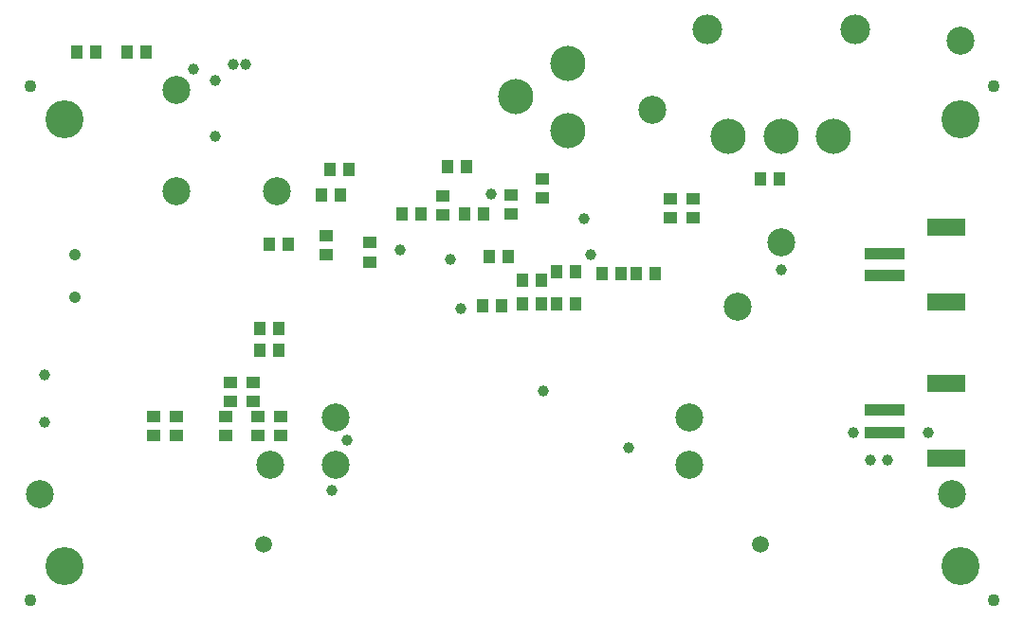
<source format=gbs>
G75*
G70*
%OFA0B0*%
%FSLAX24Y24*%
%IPPOS*%
%LPD*%
%AMOC8*
5,1,8,0,0,1.08239X$1,22.5*
%
%ADD10R,0.0434X0.0473*%
%ADD11R,0.0473X0.0434*%
%ADD12C,0.0985*%
%ADD13R,0.1379X0.0631*%
%ADD14R,0.1418X0.0434*%
%ADD15C,0.0410*%
%ADD16C,0.1339*%
%ADD17C,0.1240*%
%ADD18C,0.1045*%
%ADD19C,0.0591*%
%ADD20C,0.0394*%
%ADD21C,0.0434*%
D10*
X009450Y009727D03*
X010119Y009727D03*
X010119Y010514D03*
X009450Y010514D03*
X009804Y013467D03*
X010473Y013467D03*
X011615Y015199D03*
X012284Y015199D03*
X012599Y016105D03*
X011930Y016105D03*
X014450Y014530D03*
X015119Y014530D03*
X016654Y014530D03*
X017324Y014530D03*
X017520Y013034D03*
X018190Y013034D03*
X018702Y012207D03*
X019371Y012207D03*
X019883Y012522D03*
X020552Y012522D03*
X021497Y012443D03*
X022166Y012443D03*
X022678Y012443D03*
X023347Y012443D03*
X020552Y011380D03*
X019883Y011380D03*
X019371Y011380D03*
X018702Y011380D03*
X017954Y011302D03*
X017284Y011302D03*
X016733Y016223D03*
X016064Y016223D03*
X005473Y020239D03*
X004804Y020239D03*
X003702Y020239D03*
X003032Y020239D03*
X027048Y015790D03*
X027717Y015790D03*
D11*
X024686Y015081D03*
X023898Y015081D03*
X023898Y014412D03*
X024686Y014412D03*
X019391Y015101D03*
X019391Y015770D03*
X018288Y015219D03*
X018288Y014550D03*
X015887Y014510D03*
X015887Y015180D03*
X013328Y013526D03*
X013328Y012857D03*
X011792Y013093D03*
X011792Y013762D03*
X009213Y008605D03*
X009213Y007936D03*
X008426Y007936D03*
X008426Y008605D03*
X008249Y007424D03*
X008249Y006754D03*
X009391Y006754D03*
X009391Y007424D03*
X010178Y007424D03*
X010178Y006754D03*
X006517Y006754D03*
X006517Y007424D03*
X005729Y007424D03*
X005729Y006754D03*
D12*
X001713Y004688D03*
X009824Y005711D03*
X012107Y005711D03*
X012107Y007365D03*
X010060Y015357D03*
X006517Y015357D03*
X006517Y018900D03*
X023249Y018211D03*
X027776Y013546D03*
X026241Y011262D03*
X024548Y007365D03*
X024548Y005711D03*
X033800Y004688D03*
X034076Y020632D03*
D13*
X033603Y014077D03*
X033603Y011440D03*
X033603Y008566D03*
X033603Y005928D03*
D14*
X031418Y006853D03*
X031418Y007640D03*
X031418Y012365D03*
X031418Y013152D03*
D15*
X002973Y013115D03*
X002973Y011615D03*
D16*
X002580Y017877D03*
X002580Y002129D03*
X034076Y002129D03*
X034076Y017877D03*
D17*
X029627Y017274D03*
X027776Y017274D03*
X025926Y017274D03*
X020296Y017483D03*
X018446Y018664D03*
X020296Y019845D03*
D18*
X025178Y021026D03*
X030375Y021026D03*
D19*
X027068Y002916D03*
X009587Y002916D03*
D20*
X011989Y004806D03*
X012540Y006577D03*
X016517Y011223D03*
X016162Y012955D03*
X014391Y013270D03*
X017599Y015239D03*
X020847Y014373D03*
X021083Y013113D03*
X027776Y012562D03*
X019430Y008310D03*
X022422Y006302D03*
X030335Y006853D03*
X030926Y005869D03*
X031517Y005869D03*
X032973Y006853D03*
X008957Y019806D03*
X008524Y019806D03*
X007894Y019254D03*
X007107Y019648D03*
X007894Y017286D03*
X001891Y008871D03*
X001891Y007197D03*
D21*
X001398Y000947D03*
X001398Y019058D03*
X035257Y019058D03*
X035257Y000947D03*
M02*

</source>
